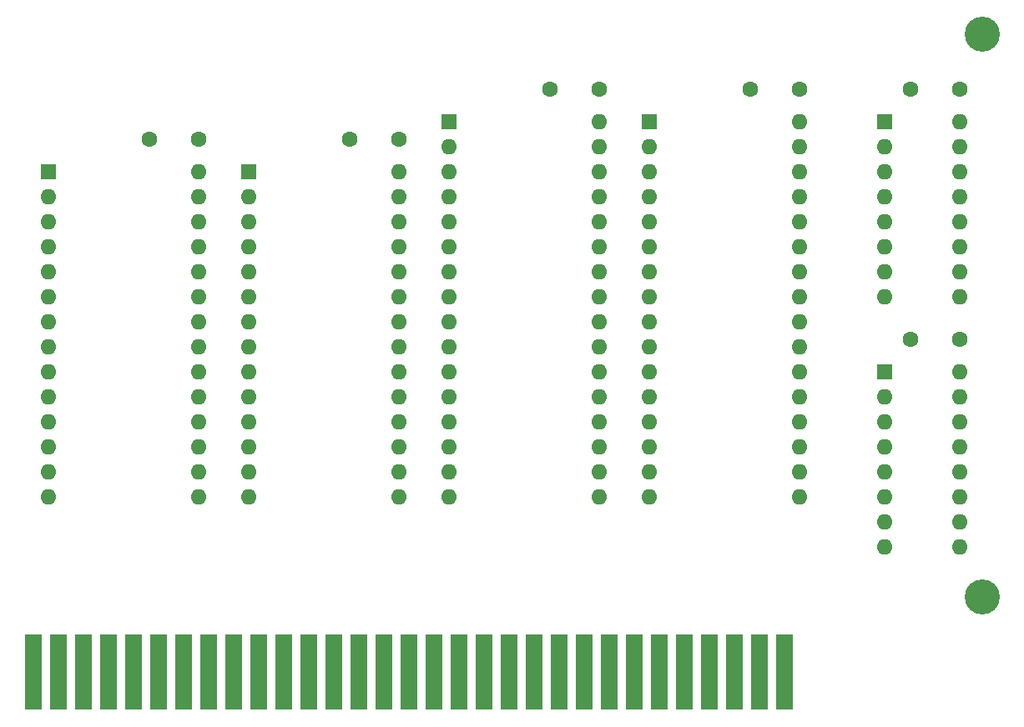
<source format=gbr>
G04 #@! TF.GenerationSoftware,KiCad,Pcbnew,(5.1.8)-1*
G04 #@! TF.CreationDate,2022-04-03T17:30:12-06:00*
G04 #@! TF.ProjectId,640k,3634306b-2e6b-4696-9361-645f70636258,rev?*
G04 #@! TF.SameCoordinates,Original*
G04 #@! TF.FileFunction,Soldermask,Bot*
G04 #@! TF.FilePolarity,Negative*
%FSLAX46Y46*%
G04 Gerber Fmt 4.6, Leading zero omitted, Abs format (unit mm)*
G04 Created by KiCad (PCBNEW (5.1.8)-1) date 2022-04-03 17:30:12*
%MOMM*%
%LPD*%
G01*
G04 APERTURE LIST*
%ADD10O,1.600000X1.600000*%
%ADD11R,1.600000X1.600000*%
%ADD12C,1.600000*%
%ADD13R,1.780000X7.620000*%
%ADD14C,3.556000*%
G04 APERTURE END LIST*
D10*
G04 #@! TO.C,U3*
X142740380Y-73888600D03*
X127500380Y-111988600D03*
X142740380Y-76428600D03*
X127500380Y-109448600D03*
X142740380Y-78968600D03*
X127500380Y-106908600D03*
X142740380Y-81508600D03*
X127500380Y-104368600D03*
X142740380Y-84048600D03*
X127500380Y-101828600D03*
X142740380Y-86588600D03*
X127500380Y-99288600D03*
X142740380Y-89128600D03*
X127500380Y-96748600D03*
X142740380Y-91668600D03*
X127500380Y-94208600D03*
X142740380Y-94208600D03*
X127500380Y-91668600D03*
X142740380Y-96748600D03*
X127500380Y-89128600D03*
X142740380Y-99288600D03*
X127500380Y-86588600D03*
X142740380Y-101828600D03*
X127500380Y-84048600D03*
X142740380Y-104368600D03*
X127500380Y-81508600D03*
X142740380Y-106908600D03*
X127500380Y-78968600D03*
X142740380Y-109448600D03*
X127500380Y-76428600D03*
X142740380Y-111988600D03*
D11*
X127500380Y-73888600D03*
G04 #@! TD*
D10*
G04 #@! TO.C,U4*
X163060380Y-73888600D03*
X147820380Y-111988600D03*
X163060380Y-76428600D03*
X147820380Y-109448600D03*
X163060380Y-78968600D03*
X147820380Y-106908600D03*
X163060380Y-81508600D03*
X147820380Y-104368600D03*
X163060380Y-84048600D03*
X147820380Y-101828600D03*
X163060380Y-86588600D03*
X147820380Y-99288600D03*
X163060380Y-89128600D03*
X147820380Y-96748600D03*
X163060380Y-91668600D03*
X147820380Y-94208600D03*
X163060380Y-94208600D03*
X147820380Y-91668600D03*
X163060380Y-96748600D03*
X147820380Y-89128600D03*
X163060380Y-99288600D03*
X147820380Y-86588600D03*
X163060380Y-101828600D03*
X147820380Y-84048600D03*
X163060380Y-104368600D03*
X147820380Y-81508600D03*
X163060380Y-106908600D03*
X147820380Y-78968600D03*
X163060380Y-109448600D03*
X147820380Y-76428600D03*
X163060380Y-111988600D03*
D11*
X147820380Y-73888600D03*
G04 #@! TD*
D10*
G04 #@! TO.C,U1*
X102100380Y-78968600D03*
X86860380Y-111988600D03*
X102100380Y-81508600D03*
X86860380Y-109448600D03*
X102100380Y-84048600D03*
X86860380Y-106908600D03*
X102100380Y-86588600D03*
X86860380Y-104368600D03*
X102100380Y-89128600D03*
X86860380Y-101828600D03*
X102100380Y-91668600D03*
X86860380Y-99288600D03*
X102100380Y-94208600D03*
X86860380Y-96748600D03*
X102100380Y-96748600D03*
X86860380Y-94208600D03*
X102100380Y-99288600D03*
X86860380Y-91668600D03*
X102100380Y-101828600D03*
X86860380Y-89128600D03*
X102100380Y-104368600D03*
X86860380Y-86588600D03*
X102100380Y-106908600D03*
X86860380Y-84048600D03*
X102100380Y-109448600D03*
X86860380Y-81508600D03*
X102100380Y-111988600D03*
D11*
X86860380Y-78968600D03*
G04 #@! TD*
D10*
G04 #@! TO.C,U2*
X122420380Y-78968600D03*
X107180380Y-111988600D03*
X122420380Y-81508600D03*
X107180380Y-109448600D03*
X122420380Y-84048600D03*
X107180380Y-106908600D03*
X122420380Y-86588600D03*
X107180380Y-104368600D03*
X122420380Y-89128600D03*
X107180380Y-101828600D03*
X122420380Y-91668600D03*
X107180380Y-99288600D03*
X122420380Y-94208600D03*
X107180380Y-96748600D03*
X122420380Y-96748600D03*
X107180380Y-94208600D03*
X122420380Y-99288600D03*
X107180380Y-91668600D03*
X122420380Y-101828600D03*
X107180380Y-89128600D03*
X122420380Y-104368600D03*
X107180380Y-86588600D03*
X122420380Y-106908600D03*
X107180380Y-84048600D03*
X122420380Y-109448600D03*
X107180380Y-81508600D03*
X122420380Y-111988600D03*
D11*
X107180380Y-78968600D03*
G04 #@! TD*
D12*
G04 #@! TO.C,C6*
X179316380Y-95986600D03*
X174316380Y-95986600D03*
G04 #@! TD*
G04 #@! TO.C,C3*
X142740380Y-70586600D03*
X137740380Y-70586600D03*
G04 #@! TD*
G04 #@! TO.C,C2*
X122420380Y-75666600D03*
X117420380Y-75666600D03*
G04 #@! TD*
G04 #@! TO.C,C1*
X102100380Y-75666600D03*
X97100380Y-75666600D03*
G04 #@! TD*
D13*
G04 #@! TO.C,J9*
X85336380Y-129768600D03*
X87876380Y-129768600D03*
X90416380Y-129768600D03*
X92956380Y-129768600D03*
X95496380Y-129768600D03*
X98036380Y-129768600D03*
X100576380Y-129768600D03*
X103116380Y-129768600D03*
X105656380Y-129768600D03*
X108196380Y-129768600D03*
X110736380Y-129768600D03*
X113276380Y-129768600D03*
X115816380Y-129768600D03*
X118356380Y-129768600D03*
X120896380Y-129768600D03*
X123436380Y-129768600D03*
X125976380Y-129768600D03*
X128516380Y-129768600D03*
X131056380Y-129768600D03*
X133596380Y-129768600D03*
X136136380Y-129768600D03*
X138676380Y-129768600D03*
X141216380Y-129768600D03*
X143756380Y-129768600D03*
X146296380Y-129768600D03*
X148836380Y-129768600D03*
X151376380Y-129768600D03*
X153916380Y-129768600D03*
X156456380Y-129768600D03*
X158996380Y-129768600D03*
X161536380Y-129768600D03*
G04 #@! TD*
D14*
G04 #@! TO.C,R*
X181602380Y-122148600D03*
G04 #@! TD*
G04 #@! TO.C,R*
X181602380Y-64998600D03*
G04 #@! TD*
D10*
G04 #@! TO.C,U6*
X179316380Y-99288600D03*
X171696380Y-117068600D03*
X179316380Y-101828600D03*
X171696380Y-114528600D03*
X179316380Y-104368600D03*
X171696380Y-111988600D03*
X179316380Y-106908600D03*
X171696380Y-109448600D03*
X179316380Y-109448600D03*
X171696380Y-106908600D03*
X179316380Y-111988600D03*
X171696380Y-104368600D03*
X179316380Y-114528600D03*
X171696380Y-101828600D03*
X179316380Y-117068600D03*
D11*
X171696380Y-99288600D03*
G04 #@! TD*
D10*
G04 #@! TO.C,U5*
X179316380Y-73888600D03*
X171696380Y-91668600D03*
X179316380Y-76428600D03*
X171696380Y-89128600D03*
X179316380Y-78968600D03*
X171696380Y-86588600D03*
X179316380Y-81508600D03*
X171696380Y-84048600D03*
X179316380Y-84048600D03*
X171696380Y-81508600D03*
X179316380Y-86588600D03*
X171696380Y-78968600D03*
X179316380Y-89128600D03*
X171696380Y-76428600D03*
X179316380Y-91668600D03*
D11*
X171696380Y-73888600D03*
G04 #@! TD*
D12*
G04 #@! TO.C,C5*
X179316380Y-70586600D03*
X174316380Y-70586600D03*
G04 #@! TD*
G04 #@! TO.C,C4*
X163060380Y-70586600D03*
X158060380Y-70586600D03*
G04 #@! TD*
M02*

</source>
